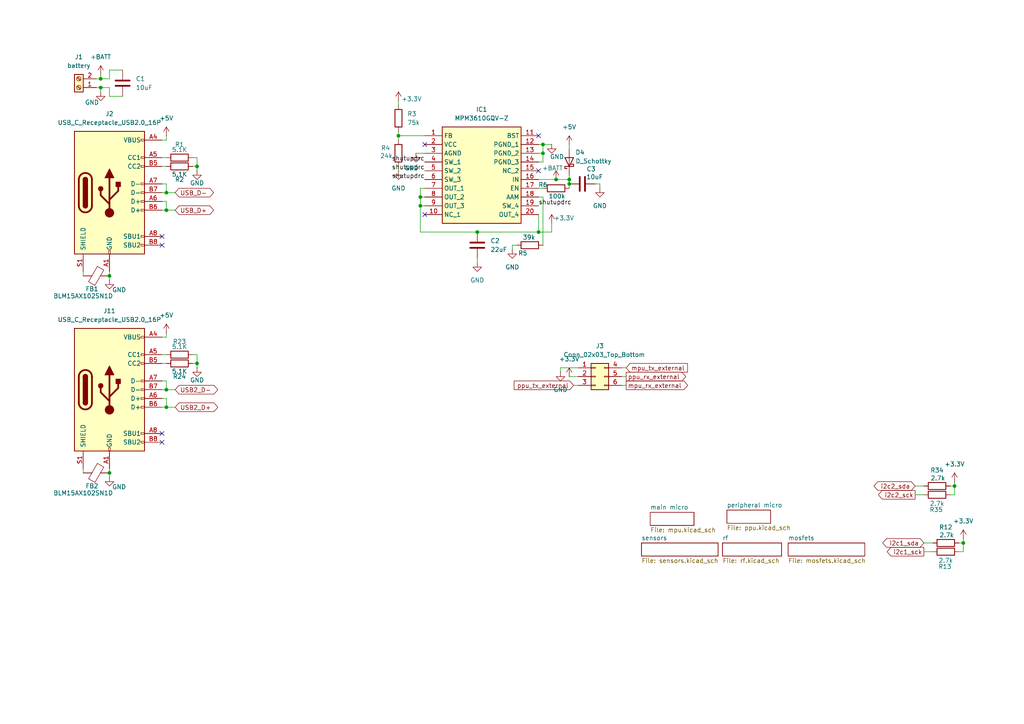
<source format=kicad_sch>
(kicad_sch (version 20250114) (generator "eeschema") (generator_version "9.0")
  (paper "A4")
  (lib_symbols
    (symbol "Connector:Screw_Terminal_01x02" (pin_names (offset 1.016) (hide yes))
      (property "Reference" "J" (at 0 2.54 0))
      (property "Value" "Screw_Terminal_01x02" (at 0 -5.08 0))
      (symbol "Screw_Terminal_01x02_1_1"
        (rectangle (start -1.27 1.27) (end 1.27 -3.81) (stroke (width 0.254)) (fill (type background)))
        (polyline (pts (xy -0.5334 0.3302) (xy 0.3302 -0.508)) (stroke (width 0.1524)))
        (polyline (pts (xy -0.5334 -2.2098) (xy 0.3302 -3.048)) (stroke (width 0.1524)))
        (polyline (pts (xy -0.3556 0.508) (xy 0.508 -0.3302)) (stroke (width 0.1524)))
        (polyline (pts (xy -0.3556 -2.032) (xy 0.508 -2.8702)) (stroke (width 0.1524)))
        (circle (center 0 0) (radius 0.635) (stroke (width 0.1524)))
        (circle (center 0 -2.54) (radius 0.635) (stroke (width 0.1524)))
        (pin passive line (at -5.08 0 0) (length 3.81) (name "Pin_1") (number "1"))
        (pin passive line (at -5.08 -2.54 0) (length 3.81) (name "Pin_2") (number "2"))
      )
    )
    (symbol "Connector:USB_C_Receptacle_USB2.0_16P" (pin_names (offset 1.016))
      (property "Reference" "J" (at 0 22.225 0))
      (property "Value" "USB_C_Receptacle_USB2.0_16P" (at 0 19.685 0))
      (symbol "USB_C_Receptacle_USB2.0_16P_0_0"
        (rectangle (start -0.254 -17.78) (end 0.254 -16.764))
        (rectangle (start 10.16 15.494) (end 9.144 14.986))
        (rectangle (start 10.16 10.414) (end 9.144 9.906))
        (rectangle (start 10.16 7.874) (end 9.144 7.366))
        (rectangle (start 10.16 2.794) (end 9.144 2.286))
        (rectangle (start 10.16 0.254) (end 9.144 -0.254))
        (rectangle (start 10.16 -2.286) (end 9.144 -2.794))
        (rectangle (start 10.16 -4.826) (end 9.144 -5.334))
        (rectangle (start 10.16 -12.446) (end 9.144 -12.954))
        (rectangle (start 10.16 -14.986) (end 9.144 -15.494))
      )
      (symbol "USB_C_Receptacle_USB2.0_16P_0_1"
        (rectangle (start -10.16 17.78) (end 10.16 -17.78) (stroke (width 0.254)) (fill (type background)))
        (polyline (pts (xy -8.89 -3.81) (xy -8.89 3.81)) (stroke (width 0.508)))
        (rectangle (start -7.62 -3.81) (end -6.35 3.81) (stroke (width 0.254)) (fill (type outline)))
        (arc (start -7.62 3.81) (mid -6.985 4.4423) (end -6.35 3.81) (stroke (width 0.254)))
        (arc (start -7.62 3.81) (mid -6.985 4.4423) (end -6.35 3.81) (stroke (width 0.254)) (fill (type outline)))
        (arc (start -8.89 3.81) (mid -6.985 5.7067) (end -5.08 3.81) (stroke (width 0.508)))
        (arc (start -5.08 -3.81) (mid -6.985 -5.7067) (end -8.89 -3.81) (stroke (width 0.508)))
        (arc (start -6.35 -3.81) (mid -6.985 -4.4423) (end -7.62 -3.81) (stroke (width 0.254)))
        (arc (start -6.35 -3.81) (mid -6.985 -4.4423) (end -7.62 -3.81) (stroke (width 0.254)) (fill (type outline)))
        (polyline (pts (xy -5.08 3.81) (xy -5.08 -3.81)) (stroke (width 0.508)))
        (circle (center -2.54 1.143) (radius 0.635) (stroke (width 0.254)) (fill (type outline)))
        (polyline (pts (xy -1.27 4.318) (xy 0 6.858) (xy 1.27 4.318) (xy -1.27 4.318)) (stroke (width 0.254)) (fill (type outline)))
        (polyline (pts (xy 0 -2.032) (xy 2.54 0.508) (xy 2.54 1.778)) (stroke (width 0.508)))
        (polyline (pts (xy 0 -3.302) (xy -2.54 -0.762) (xy -2.54 0.508)) (stroke (width 0.508)))
        (polyline (pts (xy 0 -5.842) (xy 0 4.318)) (stroke (width 0.508)))
        (circle (center 0 -5.842) (radius 1.27) (fill (type outline)))
        (rectangle (start 1.905 1.778) (end 3.175 3.048) (stroke (width 0.254)) (fill (type outline)))
      )
      (symbol "USB_C_Receptacle_USB2.0_16P_1_1"
        (pin passive line (at -7.62 -22.86 90) (length 5.08) (name "SHIELD") (number "S1"))
        (pin passive line (at 0 -22.86 90) (length 5.08) (name "GND") (number "A1"))
        (pin passive line (at 0 -22.86 90) (length 5.08) (hide yes) (name "GND") (number "A12"))
        (pin passive line (at 0 -22.86 90) (length 5.08) (hide yes) (name "GND") (number "B1"))
        (pin passive line (at 0 -22.86 90) (length 5.08) (hide yes) (name "GND") (number "B12"))
        (pin passive line (at 15.24 15.24 180) (length 5.08) (name "VBUS") (number "A4"))
        (pin passive line (at 15.24 15.24 180) (length 5.08) (hide yes) (name "VBUS") (number "A9"))
        (pin passive line (at 15.24 15.24 180) (length 5.08) (hide yes) (name "VBUS") (number "B4"))
        (pin passive line (at 15.24 15.24 180) (length 5.08) (hide yes) (name "VBUS") (number "B9"))
        (pin bidirectional line (at 15.24 10.16 180) (length 5.08) (name "CC1") (number "A5"))
        (pin bidirectional line (at 15.24 7.62 180) (length 5.08) (name "CC2") (number "B5"))
        (pin bidirectional line (at 15.24 2.54 180) (length 5.08) (name "D-") (number "A7"))
        (pin bidirectional line (at 15.24 0 180) (length 5.08) (name "D-") (number "B7"))
        (pin bidirectional line (at 15.24 -2.54 180) (length 5.08) (name "D+") (number "A6"))
        (pin bidirectional line (at 15.24 -5.08 180) (length 5.08) (name "D+") (number "B6"))
        (pin bidirectional line (at 15.24 -12.7 180) (length 5.08) (name "SBU1") (number "A8"))
        (pin bidirectional line (at 15.24 -15.24 180) (length 5.08) (name "SBU2") (number "B8"))
      )
    )
    (symbol "Connector_Generic:Conn_02x03_Top_Bottom" (pin_names (offset 1.016) (hide yes))
      (property "Reference" "J" (at 1.27 5.08 0))
      (property "Value" "Conn_02x03_Top_Bottom" (at 1.27 -5.08 0))
      (symbol "Conn_02x03_Top_Bottom_1_1"
        (rectangle (start -1.27 3.81) (end 3.81 -3.81) (stroke (width 0.254)) (fill (type background)))
        (rectangle (start -1.27 2.667) (end 0 2.413) (stroke (width 0.1524)))
        (rectangle (start -1.27 0.127) (end 0 -0.127) (stroke (width 0.1524)))
        (rectangle (start -1.27 -2.413) (end 0 -2.667) (stroke (width 0.1524)))
        (rectangle (start 3.81 2.667) (end 2.54 2.413) (stroke (width 0.1524)))
        (rectangle (start 3.81 0.127) (end 2.54 -0.127) (stroke (width 0.1524)))
        (rectangle (start 3.81 -2.413) (end 2.54 -2.667) (stroke (width 0.1524)))
        (pin passive line (at -5.08 2.54 0) (length 3.81) (name "Pin_1") (number "1"))
        (pin passive line (at -5.08 0 0) (length 3.81) (name "Pin_2") (number "2"))
        (pin passive line (at -5.08 -2.54 0) (length 3.81) (name "Pin_3") (number "3"))
        (pin passive line (at 7.62 2.54 180) (length 3.81) (name "Pin_4") (number "4"))
        (pin passive line (at 7.62 0 180) (length 3.81) (name "Pin_5") (number "5"))
        (pin passive line (at 7.62 -2.54 180) (length 3.81) (name "Pin_6") (number "6"))
      )
    )
    (symbol "Device:C" (pin_numbers (hide yes)) (pin_names (offset 0.254))
      (property "Reference" "C" (at 0.635 2.54 0))
      (property "Value" "C" (at 0.635 -2.54 0))
      (symbol "C_0_1"
        (polyline (pts (xy -2.032 0.762) (xy 2.032 0.762)) (stroke (width 0.508)))
        (polyline (pts (xy -2.032 -0.762) (xy 2.032 -0.762)) (stroke (width 0.508)))
      )
      (symbol "C_1_1"
        (pin passive line (at 0 3.81 270) (length 2.794) (name "~") (number "1"))
        (pin passive line (at 0 -3.81 90) (length 2.794) (name "~") (number "2"))
      )
    )
    (symbol "Device:D_Schottky" (pin_numbers (hide yes)) (pin_names (offset 1.016) (hide yes))
      (property "Reference" "D" (at 0 2.54 0))
      (property "Value" "D_Schottky" (at 0 -2.54 0))
      (symbol "D_Schottky_0_1"
        (polyline (pts (xy -1.905 0.635) (xy -1.905 1.27) (xy -1.27 1.27) (xy -1.27 -1.27) (xy -0.635 -1.27) (xy -0.635 -0.635)) (stroke (width 0.254)))
        (polyline (pts (xy 1.27 1.27) (xy 1.27 -1.27) (xy -1.27 0) (xy 1.27 1.27)) (stroke (width 0.254)))
        (polyline (pts (xy 1.27 0) (xy -1.27 0)))
      )
      (symbol "D_Schottky_1_1"
        (pin passive line (at -3.81 0 0) (length 2.54) (name "K") (number "1"))
        (pin passive line (at 3.81 0 180) (length 2.54) (name "A") (number "2"))
      )
    )
    (symbol "Device:FerriteBead" (pin_numbers (hide yes)) (pin_names (offset 0))
      (property "Reference" "FB" (at -3.81 0.635 90))
      (property "Value" "FerriteBead" (at 3.81 0 90))
      (symbol "FerriteBead_0_1"
        (polyline (pts (xy -2.7686 0.4064) (xy -1.7018 2.2606) (xy 2.7686 -0.3048) (xy 1.6764 -2.159) (xy -2.7686 0.4064)))
        (polyline (pts (xy 0 1.27) (xy 0 1.2954)))
        (polyline (pts (xy 0 -1.27) (xy 0 -1.2192)))
      )
      (symbol "FerriteBead_1_1"
        (pin passive line (at 0 3.81 270) (length 2.54) (name "~") (number "1"))
        (pin passive line (at 0 -3.81 90) (length 2.54) (name "~") (number "2"))
      )
    )
    (symbol "Device:R" (pin_numbers (hide yes)) (pin_names (offset 0))
      (property "Reference" "R" (at 2.032 0 90))
      (property "Value" "R" (at 0 0 90))
      (symbol "R_0_1"
        (rectangle (start -1.016 -2.54) (end 1.016 2.54) (stroke (width 0.254)))
      )
      (symbol "R_1_1"
        (pin passive line (at 0 3.81 270) (length 1.27) (name "~") (number "1"))
        (pin passive line (at 0 -3.81 90) (length 1.27) (name "~") (number "2"))
      )
    )
    (symbol "MPM3610GQV-Z:MPM3610GQV-Z"
      (property "Reference" "IC" (at 29.21 7.62 0))
      (property "Value" "MPM3610GQV-Z" (at 29.21 5.08 0))
      (symbol "MPM3610GQV-Z_1_1"
        (rectangle (start 5.08 2.54) (end 27.94 -25.4) (stroke (width 0.254)) (fill (type background)))
        (pin passive line (at 0 0 0) (length 5.08) (name "FB") (number "1"))
        (pin passive line (at 0 -2.54 0) (length 5.08) (name "VCC") (number "2"))
        (pin passive line (at 0 -5.08 0) (length 5.08) (name "AGND") (number "3"))
        (pin passive line (at 0 -7.62 0) (length 5.08) (name "SW_1") (number "4"))
        (pin passive line (at 0 -10.16 0) (length 5.08) (name "SW_2") (number "5"))
        (pin passive line (at 0 -12.7 0) (length 5.08) (name "SW_3") (number "6"))
        (pin passive line (at 0 -15.24 0) (length 5.08) (name "OUT_1") (number "7"))
        (pin passive line (at 0 -17.78 0) (length 5.08) (name "OUT_2") (number "8"))
        (pin passive line (at 0 -20.32 0) (length 5.08) (name "OUT_3") (number "9"))
        (pin passive line (at 0 -22.86 0) (length 5.08) (name "NC_1") (number "10"))
        (pin passive line (at 33.02 0 180) (length 5.08) (name "BST") (number "11"))
        (pin passive line (at 33.02 -2.54 180) (length 5.08) (name "PGND_1") (number "12"))
        (pin passive line (at 33.02 -5.08 180) (length 5.08) (name "PGND_2") (number "13"))
        (pin passive line (at 33.02 -7.62 180) (length 5.08) (name "PGND_3") (number "14"))
        (pin passive line (at 33.02 -10.16 180) (length 5.08) (name "NC_2") (number "15"))
        (pin passive line (at 33.02 -12.7 180) (length 5.08) (name "IN") (number "16"))
        (pin passive line (at 33.02 -15.24 180) (length 5.08) (name "EN") (number "17"))
        (pin passive line (at 33.02 -17.78 180) (length 5.08) (name "AAM") (number "18"))
        (pin passive line (at 33.02 -20.32 180) (length 5.08) (name "SW_4") (number "19"))
        (pin passive line (at 33.02 -22.86 180) (length 5.08) (name "OUT_4") (number "20"))
      )
    )
    (symbol "power:+3.3V" (power) (pin_numbers (hide yes)) (pin_names (offset 0) (hide yes))
      (property "Value" "+3.3V" (at 0 3.556 0))
      (symbol "+3.3V_0_1"
        (polyline (pts (xy -0.762 1.27) (xy 0 2.54)))
        (polyline (pts (xy 0 2.54) (xy 0.762 1.27)))
        (polyline (pts (xy 0 0) (xy 0 2.54)))
      )
      (symbol "+3.3V_1_1"
        (pin power_in line (at 0 0 90) (length 0) (name "~") (number "1"))
      )
    )
    (symbol "power:+5V" (power) (pin_numbers (hide yes)) (pin_names (offset 0) (hide yes))
      (property "Value" "+5V" (at 0 3.556 0))
      (symbol "+5V_0_1"
        (polyline (pts (xy -0.762 1.27) (xy 0 2.54)))
        (polyline (pts (xy 0 2.54) (xy 0.762 1.27)))
        (polyline (pts (xy 0 0) (xy 0 2.54)))
      )
      (symbol "+5V_1_1"
        (pin power_in line (at 0 0 90) (length 0) (name "~") (number "1"))
      )
    )
    (symbol "power:+BATT" (power) (pin_numbers (hide yes)) (pin_names (offset 0) (hide yes))
      (property "Value" "+BATT" (at 0 3.556 0))
      (symbol "+BATT_0_1"
        (polyline (pts (xy -0.762 1.27) (xy 0 2.54)))
        (polyline (pts (xy 0 2.54) (xy 0.762 1.27)))
        (polyline (pts (xy 0 0) (xy 0 2.54)))
      )
      (symbol "+BATT_1_1"
        (pin power_in line (at 0 0 90) (length 0) (name "~") (number "1"))
      )
    )
    (symbol "power:GND" (power) (pin_numbers (hide yes)) (pin_names (offset 0) (hide yes))
      (property "Value" "GND" (at 0 -3.81 0))
      (symbol "GND_0_1"
        (polyline (pts (xy 0 0) (xy 0 -1.27) (xy 1.27 -1.27) (xy 0 -2.54) (xy -1.27 -1.27) (xy 0 -1.27)))
      )
      (symbol "GND_1_1"
        (pin power_in line (at 0 0 270) (length 0) (name "~") (number "1"))
      )
    )
  )
  (junction (at 31.75 80.01))
  (junction (at 31.75 137.16))
  (junction (at 57.15 105.41))
  (junction (at 57.15 48.26))
  (junction (at 156.21 67.31))
  (junction (at 121.92 59.69))
  (junction (at 276.86 140.97))
  (junction (at 165.1 53.34))
  (junction (at 48.26 113.03))
  (junction (at 157.48 44.45))
  (junction (at 121.92 57.15))
  (junction (at 48.26 55.88))
  (junction (at 165.1 52.07))
  (junction (at 29.21 25.4))
  (junction (at 138.43 67.31))
  (junction (at 279.4 157.48))
  (junction (at 115.57 39.37))
  (junction (at 29.21 22.86))
  (junction (at 48.26 60.96))
  (junction (at 157.48 41.91))
  (junction (at 48.26 118.11))
  (junction (at 161.29 52.07))
  (no_connect (at 46.99 68.58))
  (no_connect (at 46.99 128.27))
  (no_connect (at 46.99 125.73))
  (no_connect (at 156.21 49.53))
  (no_connect (at 123.19 62.23))
  (no_connect (at 46.99 71.12))
  (no_connect (at 123.19 41.91))
  (no_connect (at 156.21 39.37))
  (wire (pts (xy 156.21 67.31) (xy 138.43 67.31)))
  (wire (pts (xy 46.99 118.11) (xy 48.26 118.11)))
  (wire (pts (xy 165.1 52.07) (xy 165.1 53.34)))
  (wire (pts (xy 121.92 57.15) (xy 121.92 54.61)))
  (wire (pts (xy 162.56 106.68) (xy 162.56 107.95)))
  (wire (pts (xy 29.21 26.67) (xy 29.21 25.4)))
  (wire (pts (xy 148.59 71.12) (xy 149.86 71.12)))
  (wire (pts (xy 29.21 21.59) (xy 29.21 22.86)))
  (wire (pts (xy 165.1 109.22) (xy 167.64 109.22)))
  (wire (pts (xy 31.75 135.89) (xy 31.75 137.16)))
  (wire (pts (xy 167.64 106.68) (xy 162.56 106.68)))
  (wire (pts (xy 156.21 46.99) (xy 157.48 46.99)))
  (wire (pts (xy 121.92 54.61) (xy 123.19 54.61)))
  (wire (pts (xy 265.43 140.97) (xy 267.97 140.97)))
  (wire (pts (xy 57.15 105.41) (xy 55.88 105.41)))
  (wire (pts (xy 24.13 135.89) (xy 24.13 137.16)))
  (wire (pts (xy 121.92 57.15) (xy 123.19 57.15)))
  (wire (pts (xy 156.21 57.15) (xy 157.48 57.15)))
  (wire (pts (xy 31.75 27.94) (xy 31.75 25.4)))
  (wire (pts (xy 29.21 25.4) (xy 31.75 25.4)))
  (wire (pts (xy 173.99 53.34) (xy 172.72 53.34)))
  (wire (pts (xy 157.48 44.45) (xy 157.48 41.91)))
  (wire (pts (xy 157.48 41.91) (xy 160.02 41.91)))
  (wire (pts (xy 180.34 106.68) (xy 181.61 106.68)))
  (wire (pts (xy 31.75 80.01) (xy 31.75 81.28)))
  (wire (pts (xy 46.99 105.41) (xy 48.26 105.41)))
  (wire (pts (xy 156.21 44.45) (xy 157.48 44.45)))
  (wire (pts (xy 160.02 64.77) (xy 160.02 67.31)))
  (wire (pts (xy 46.99 60.96) (xy 48.26 60.96)))
  (wire (pts (xy 48.26 40.64) (xy 46.99 40.64)))
  (wire (pts (xy 46.99 53.34) (xy 48.26 53.34)))
  (wire (pts (xy 57.15 48.26) (xy 55.88 48.26)))
  (wire (pts (xy 148.59 72.39) (xy 148.59 71.12)))
  (wire (pts (xy 115.57 39.37) (xy 115.57 40.64)))
  (wire (pts (xy 276.86 139.7) (xy 276.86 140.97)))
  (wire (pts (xy 57.15 102.87) (xy 57.15 105.41)))
  (wire (pts (xy 29.21 25.4) (xy 27.94 25.4)))
  (wire (pts (xy 115.57 38.1) (xy 115.57 39.37)))
  (wire (pts (xy 160.02 67.31) (xy 156.21 67.31)))
  (wire (pts (xy 115.57 48.26) (xy 115.57 49.53)))
  (wire (pts (xy 275.59 143.51) (xy 276.86 143.51)))
  (wire (pts (xy 46.99 55.88) (xy 48.26 55.88)))
  (wire (pts (xy 121.92 59.69) (xy 123.19 59.69)))
  (wire (pts (xy 276.86 143.51) (xy 276.86 140.97)))
  (wire (pts (xy 156.21 54.61) (xy 157.48 54.61)))
  (wire (pts (xy 29.21 22.86) (xy 27.94 22.86)))
  (wire (pts (xy 48.26 110.49) (xy 48.26 113.03)))
  (wire (pts (xy 24.13 78.74) (xy 24.13 80.01)))
  (wire (pts (xy 180.34 109.22) (xy 181.61 109.22)))
  (wire (pts (xy 35.56 20.32) (xy 31.75 20.32)))
  (wire (pts (xy 46.99 110.49) (xy 48.26 110.49)))
  (wire (pts (xy 57.15 48.26) (xy 57.15 49.53)))
  (wire (pts (xy 180.34 111.76) (xy 181.61 111.76)))
  (wire (pts (xy 173.99 54.61) (xy 173.99 53.34)))
  (wire (pts (xy 48.26 97.79) (xy 46.99 97.79)))
  (wire (pts (xy 48.26 53.34) (xy 48.26 55.88)))
  (wire (pts (xy 121.92 59.69) (xy 121.92 57.15)))
  (wire (pts (xy 276.86 140.97) (xy 275.59 140.97)))
  (wire (pts (xy 46.99 58.42) (xy 48.26 58.42)))
  (wire (pts (xy 120.65 44.45) (xy 123.19 44.45)))
  (wire (pts (xy 138.43 67.31) (xy 121.92 67.31)))
  (wire (pts (xy 165.1 41.91) (xy 165.1 43.18)))
  (wire (pts (xy 48.26 58.42) (xy 48.26 60.96)))
  (wire (pts (xy 48.26 55.88) (xy 50.8 55.88)))
  (wire (pts (xy 156.21 62.23) (xy 156.21 67.31)))
  (wire (pts (xy 48.26 118.11) (xy 50.8 118.11)))
  (wire (pts (xy 29.21 22.86) (xy 31.75 22.86)))
  (wire (pts (xy 115.57 39.37) (xy 123.19 39.37)))
  (wire (pts (xy 31.75 137.16) (xy 31.75 138.43)))
  (wire (pts (xy 165.1 53.34) (xy 165.1 54.61)))
  (wire (pts (xy 279.4 156.21) (xy 279.4 157.48)))
  (wire (pts (xy 121.92 67.31) (xy 121.92 59.69)))
  (wire (pts (xy 157.48 46.99) (xy 157.48 44.45)))
  (wire (pts (xy 48.26 96.52) (xy 48.26 97.79)))
  (wire (pts (xy 31.75 20.32) (xy 31.75 22.86)))
  (wire (pts (xy 279.4 157.48) (xy 278.13 157.48)))
  (wire (pts (xy 166.37 111.76) (xy 167.64 111.76)))
  (wire (pts (xy 157.48 71.12) (xy 157.48 57.15)))
  (wire (pts (xy 138.43 74.93) (xy 138.43 76.2)))
  (wire (pts (xy 161.29 52.07) (xy 156.21 52.07)))
  (wire (pts (xy 48.26 60.96) (xy 50.8 60.96)))
  (wire (pts (xy 46.99 48.26) (xy 48.26 48.26)))
  (wire (pts (xy 48.26 113.03) (xy 50.8 113.03)))
  (wire (pts (xy 55.88 102.87) (xy 57.15 102.87)))
  (wire (pts (xy 57.15 45.72) (xy 57.15 48.26)))
  (wire (pts (xy 115.57 29.21) (xy 115.57 30.48)))
  (wire (pts (xy 46.99 102.87) (xy 48.26 102.87)))
  (wire (pts (xy 46.99 45.72) (xy 48.26 45.72)))
  (wire (pts (xy 157.48 41.91) (xy 156.21 41.91)))
  (wire (pts (xy 57.15 105.41) (xy 57.15 106.68)))
  (wire (pts (xy 55.88 45.72) (xy 57.15 45.72)))
  (wire (pts (xy 46.99 115.57) (xy 48.26 115.57)))
  (wire (pts (xy 31.75 78.74) (xy 31.75 80.01)))
  (wire (pts (xy 48.26 39.37) (xy 48.26 40.64)))
  (wire (pts (xy 35.56 27.94) (xy 31.75 27.94)))
  (wire (pts (xy 46.99 113.03) (xy 48.26 113.03)))
  (wire (pts (xy 48.26 115.57) (xy 48.26 118.11)))
  (wire (pts (xy 165.1 50.8) (xy 165.1 52.07)))
  (wire (pts (xy 278.13 160.02) (xy 279.4 160.02)))
  (wire (pts (xy 267.97 160.02) (xy 270.51 160.02)))
  (wire (pts (xy 279.4 160.02) (xy 279.4 157.48)))
  (wire (pts (xy 267.97 157.48) (xy 270.51 157.48)))
  (wire (pts (xy 265.43 143.51) (xy 267.97 143.51)))
  (wire (pts (xy 165.1 52.07) (xy 161.29 52.07)))
  (label "shutupdrc" (at 123.19 46.99 180))
  (label "shutupdrc" (at 156.21 59.69 0))
  (label "shutupdrc" (at 123.19 49.53 180))
  (label "shutupdrc" (at 123.19 52.07 180))
  (global_label "i2c1_sck" (shape output) (at 267.97 160.02 180) (property "Intersheetrefs" "${INTERSHEET_REFS}" (effects (hide yes))))
  (global_label "USB2_D+" (shape bidirectional) (at 50.8 118.11 0) (property "Intersheetrefs" "${INTERSHEET_REFS}" (effects (hide yes))))
  (global_label "USB_D+" (shape bidirectional) (at 50.8 60.96 0) (property "Intersheetrefs" "${INTERSHEET_REFS}" (effects (hide yes))))
  (global_label "i2c2_sck" (shape output) (at 265.43 143.51 180) (property "Intersheetrefs" "${INTERSHEET_REFS}" (effects (hide yes))))
  (global_label "ppu_rx_external" (shape output) (at 181.61 109.22 0) (property "Intersheetrefs" "${INTERSHEET_REFS}" (effects (hide yes))))
  (global_label "mpu_rx_external" (shape output) (at 181.61 111.76 0) (property "Intersheetrefs" "${INTERSHEET_REFS}" (effects (hide yes))))
  (global_label "USB_D-" (shape bidirectional) (at 50.8 55.88 0) (property "Intersheetrefs" "${INTERSHEET_REFS}" (effects (hide yes))))
  (global_label "mpu_tx_external" (shape input) (at 181.61 106.68 0) (property "Intersheetrefs" "${INTERSHEET_REFS}" (effects (hide yes))))
  (global_label "i2c1_sda" (shape bidirectional) (at 267.97 157.48 180) (property "Intersheetrefs" "${INTERSHEET_REFS}" (effects (hide yes))))
  (global_label "i2c2_sda" (shape bidirectional) (at 265.43 140.97 180) (property "Intersheetrefs" "${INTERSHEET_REFS}" (effects (hide yes))))
  (global_label "ppu_tx_external" (shape input) (at 166.37 111.76 180) (property "Intersheetrefs" "${INTERSHEET_REFS}" (effects (hide yes))))
  (global_label "USB2_D-" (shape bidirectional) (at 50.8 113.03 0) (property "Intersheetrefs" "${INTERSHEET_REFS}" (effects (hide yes))))
  (symbol (lib_id "power:+3.3V") (at 276.86 139.7 0) (unit 1)
    (property "Reference" "#PWR090" (effects (hide yes)))
    (property "Value" "+3.3V" (at 276.86 134.62 0))
    (property "Description" "Power symbol creates a global label with name \"+3.3V\"" (effects (hide yes)))
  )
  (symbol (lib_id "Device:R") (at 271.78 140.97 90) (unit 1)
    (property "Reference" "R34" (at 271.78 136.398 90))
    (property "Value" "2.7k" (at 272.034 138.684 90))
    (property "Footprint" "Resistor_SMD:R_0402_1005Metric" (effects (hide yes)))
    (property "Description" "Resistor" (effects (hide yes)))
  )
  (symbol (lib_id "Device:D_Schottky") (at 165.1 46.99 90) (unit 1)
    (property "Reference" "D4" (at 166.878 44.196 90) (effects (justify right)))
    (property "Value" "D_Schottky" (at 166.878 46.736 90) (effects (justify right)))
    (property "Footprint" "Diode_SMD:D_0805_2012Metric" (effects (hide yes)))
    (property "Description" "Schottky diode" (effects (hide yes)))
  )
  (symbol (lib_id "Device:R") (at 52.07 105.41 90) (unit 1)
    (property "Reference" "R24" (at 52.07 109.22 90))
    (property "Value" "5.1K" (at 52.07 107.696 90))
    (property "Footprint" "Resistor_SMD:R_0402_1005Metric" (effects (hide yes)))
    (property "Description" "Resistor" (effects (hide yes)))
  )
  (symbol (lib_id "power:GND") (at 57.15 49.53 0) (unit 1)
    (property "Reference" "#PWR07" (effects (hide yes)))
    (property "Value" "GND" (at 57.15 53.086 0))
    (property "Description" "Power symbol creates a global label with name \"GND\" , ground" (effects (hide yes)))
  )
  (symbol (lib_id "Device:R") (at 115.57 34.29 0) (unit 1)
    (property "Reference" "R3" (at 118.11 33.0199 0) (effects (justify left)))
    (property "Value" "75k" (at 118.11 35.5599 0) (effects (justify left)))
    (property "Footprint" "Resistor_SMD:R_0402_1005Metric" (effects (hide yes)))
    (property "Description" "Resistor" (effects (hide yes)))
  )
  (symbol (lib_id "Device:R") (at 52.07 45.72 90) (unit 1)
    (property "Reference" "R1" (at 52.07 41.91 90))
    (property "Value" "5.1K" (at 52.07 43.434 90))
    (property "Footprint" "Resistor_SMD:R_0402_1005Metric" (effects (hide yes)))
    (property "Description" "Resistor" (effects (hide yes)))
  )
  (symbol (lib_id "power:GND") (at 120.65 44.45 0) (unit 1)
    (property "Reference" "#PWR08" (effects (hide yes)))
    (property "Value" "GND" (at 119.38 48.768 0))
    (property "Description" "Power symbol creates a global label with name \"GND\" , ground" (effects (hide yes)))
  )
  (symbol (lib_id "power:GND") (at 160.02 41.91 0) (unit 1)
    (property "Reference" "#PWR011" (effects (hide yes)))
    (property "Value" "GND" (at 161.544 45.466 0))
    (property "Description" "Power symbol creates a global label with name \"GND\" , ground" (effects (hide yes)))
  )
  (symbol (lib_id "Connector:USB_C_Receptacle_USB2.0_16P") (at 31.75 55.88 0) (unit 1)
    (property "Reference" "J2" (at 31.75 33.02 0))
    (property "Value" "USB_C_Receptacle_USB2.0_16P" (at 31.75 35.56 0))
    (property "Footprint" "Connector_USB:USB_C_Receptacle_GCT_USB4085" (effects (hide yes)))
    (property "Datasheet" "https://www.usb.org/sites/default/files/documents/usb_type-c.zip" (effects (hide yes)))
    (property "Description" "USB 2.0-only 16P Type-C Receptacle connector" (effects (hide yes)))
  )
  (symbol (lib_id "MPM3610GQV-Z:MPM3610GQV-Z") (at 123.19 39.37 0) (unit 1)
    (property "Reference" "IC1" (at 139.7 31.75 0))
    (property "Value" "MPM3610GQV-Z" (at 139.7 34.29 0))
    (property "Footprint" "footprints:MPM3606GQVZ" (effects (hide yes)))
    (property "Datasheet" "https://www.monolithicpower.com/pub/media/document/MPM3610_r1.01.pdf" (effects (hide yes)))
    (property "Description" "Power Management Modules 24V/1A DC/DC Mini- Module Reg w Inductr" (effects (hide yes)))
    (property "Height" "1.65" (effects (hide yes)))
    (property "Mouser Part Number" "946-MPM3610GQV-Z" (effects (hide yes)))
    (property "Mouser Price/Stock" "https://www.mouser.co.uk/ProductDetail/Monolithic-Power-Systems-MPS/MPM3610GQV-Z?qs=uA8e7uFv8Fg%252B11Jn2RQvtw%3D%3D" (effects (hide yes)))
    (property "Manufacturer_Name" "Monolithic Power Systems (MPS)" (effects (hide yes)))
    (property "Manufacturer_Part_Number" "MPM3610GQV-Z" (effects (hide yes)))
  )
  (symbol (lib_id "Device:R") (at 274.32 157.48 90) (unit 1)
    (property "Reference" "R12" (at 274.32 152.908 90))
    (property "Value" "2.7k" (at 274.574 155.194 90))
    (property "Footprint" "Resistor_SMD:R_0402_1005Metric" (effects (hide yes)))
    (property "Description" "Resistor" (effects (hide yes)))
  )
  (symbol (lib_id "power:+BATT") (at 29.21 21.59 0) (unit 1)
    (property "Reference" "#PWR01" (effects (hide yes)))
    (property "Value" "+BATT" (at 29.21 16.51 0))
    (property "Description" "Power symbol creates a global label with name \"+BATT\"" (effects (hide yes)))
  )
  (symbol (lib_id "Device:R") (at 52.07 102.87 90) (unit 1)
    (property "Reference" "R23" (at 52.07 99.06 90))
    (property "Value" "5.1K" (at 52.07 100.584 90))
    (property "Footprint" "Resistor_SMD:R_0402_1005Metric" (effects (hide yes)))
    (property "Description" "Resistor" (effects (hide yes)))
  )
  (symbol (lib_id "power:+5V") (at 48.26 39.37 0) (unit 1)
    (property "Reference" "#PWR096" (effects (hide yes)))
    (property "Value" "+5V" (at 48.26 34.29 0))
    (property "Description" "Power symbol creates a global label with name \"+5V\"" (effects (hide yes)))
  )
  (symbol (lib_id "Device:C") (at 138.43 71.12 180) (unit 1)
    (property "Reference" "C2" (at 142.24 69.8499 0) (effects (justify right)))
    (property "Value" "22uF" (at 142.24 72.3899 0) (effects (justify right)))
    (property "Footprint" "Capacitor_SMD:C_0603_1608Metric" (effects (hide yes)))
    (property "Description" "Unpolarized capacitor" (effects (hide yes)))
  )
  (symbol (lib_id "Connector_Generic:Conn_02x03_Top_Bottom") (at 172.72 109.22 0) (unit 1)
    (property "Reference" "J3" (at 173.99 100.33 0))
    (property "Value" "Conn_02x03_Top_Bottom" (at 175.26 102.87 0))
    (property "Footprint" "Connector_PinHeader_2.54mm:PinHeader_2x03_P2.54mm_Vertical" (effects (hide yes)))
    (property "Description" "Generic connector, double row, 02x03, top/bottom pin numbering scheme (row 1: 1...pins_per_row, row2: pins_per_row+1 ... num_pins), script generated (kicad-library-utils/schlib/autogen/connector/)" (effects (hide yes)))
  )
  (symbol (lib_id "Device:FerriteBead") (at 27.94 137.16 90) (unit 1)
    (property "Reference" "FB2" (at 26.67 140.97 90))
    (property "Value" "BLM15AX102SN1D" (at 24.13 143.002 90))
    (property "Footprint" "footprints:NFZ15SG152SN10B" (effects (hide yes)))
    (property "Description" "Ferrite bead" (effects (hide yes)))
  )
  (symbol (lib_id "power:GND") (at 31.75 81.28 0) (unit 1)
    (property "Reference" "#PWR03" (effects (hide yes)))
    (property "Value" "GND" (at 34.544 84.074 0))
    (property "Description" "Power symbol creates a global label with name \"GND\" , ground" (effects (hide yes)))
  )
  (symbol (lib_id "power:+5V") (at 165.1 41.91 0) (unit 1)
    (property "Reference" "#PWR014" (effects (hide yes)))
    (property "Value" "+5V" (at 165.1 36.83 0))
    (property "Description" "Power symbol creates a global label with name \"+5V\"" (effects (hide yes)))
  )
  (symbol (lib_id "power:GND") (at 31.75 138.43 0) (unit 1)
    (property "Reference" "#PWR083" (effects (hide yes)))
    (property "Value" "GND" (at 34.544 141.224 0))
    (property "Description" "Power symbol creates a global label with name \"GND\" , ground" (effects (hide yes)))
  )
  (symbol (lib_id "Device:FerriteBead") (at 27.94 80.01 90) (unit 1)
    (property "Reference" "FB1" (at 26.67 83.82 90))
    (property "Value" "BLM15AX102SN1D" (at 24.13 85.852 90))
    (property "Footprint" "footprints:NFZ15SG152SN10B" (effects (hide yes)))
    (property "Description" "Ferrite bead" (effects (hide yes)))
  )
  (symbol (lib_id "power:GND") (at 29.21 26.67 0) (unit 1)
    (property "Reference" "#PWR02" (effects (hide yes)))
    (property "Value" "GND" (at 26.67 29.718 0))
    (property "Description" "Power symbol creates a global label with name \"GND\" , ground" (effects (hide yes)))
  )
  (symbol (lib_id "power:+3.3V") (at 279.4 156.21 0) (unit 1)
    (property "Reference" "#PWR031" (effects (hide yes)))
    (property "Value" "+3.3V" (at 279.4 151.13 0))
    (property "Description" "Power symbol creates a global label with name \"+3.3V\"" (effects (hide yes)))
  )
  (symbol (lib_id "power:+3.3V") (at 160.02 64.77 0) (unit 1)
    (property "Reference" "#PWR012" (effects (hide yes)))
    (property "Value" "+3.3V" (at 163.576 63.246 0))
    (property "Description" "Power symbol creates a global label with name \"+3.3V\"" (effects (hide yes)))
  )
  (symbol (lib_id "Device:C") (at 168.91 53.34 90) (unit 1)
    (property "Reference" "C3" (at 171.45 49.022 90))
    (property "Value" "10uF" (at 172.466 51.308 90))
    (property "Footprint" "Capacitor_SMD:C_0603_1608Metric" (effects (hide yes)))
    (property "Description" "Unpolarized capacitor" (effects (hide yes)))
  )
  (symbol (lib_id "Device:R") (at 153.67 71.12 270) (unit 1)
    (property "Reference" "R5" (at 151.638 73.406 90))
    (property "Value" "39k" (at 153.416 68.834 90))
    (property "Footprint" "Resistor_SMD:R_0402_1005Metric" (effects (hide yes)))
    (property "Description" "Resistor" (effects (hide yes)))
  )
  (symbol (lib_id "Device:C") (at 35.56 24.13 0) (unit 1)
    (property "Reference" "C1" (at 39.37 22.8599 0) (effects (justify left)))
    (property "Value" "10uF" (at 39.37 25.3999 0) (effects (justify left)))
    (property "Footprint" "Capacitor_SMD:C_0805_2012Metric" (effects (hide yes)))
    (property "Description" "Unpolarized capacitor" (effects (hide yes)))
  )
  (symbol (lib_id "power:GND") (at 162.56 107.95 0) (unit 1)
    (property "Reference" "#PWR084" (effects (hide yes)))
    (property "Value" "GND" (at 162.56 113.03 0))
    (property "Description" "Power symbol creates a global label with name \"GND\" , ground" (effects (hide yes)))
  )
  (symbol (lib_id "power:GND") (at 173.99 54.61 0) (unit 1)
    (property "Reference" "#PWR015" (effects (hide yes)))
    (property "Value" "GND" (at 173.99 59.69 0))
    (property "Description" "Power symbol creates a global label with name \"GND\" , ground" (effects (hide yes)))
  )
  (symbol (lib_id "power:+3.3V") (at 115.57 29.21 0) (unit 1)
    (property "Reference" "#PWR05" (effects (hide yes)))
    (property "Value" "+3.3V" (at 119.38 28.702 0))
    (property "Description" "Power symbol creates a global label with name \"+3.3V\"" (effects (hide yes)))
  )
  (symbol (lib_id "power:GND") (at 138.43 76.2 0) (unit 1)
    (property "Reference" "#PWR09" (effects (hide yes)))
    (property "Value" "GND" (at 138.43 81.28 0))
    (property "Description" "Power symbol creates a global label with name \"GND\" , ground" (effects (hide yes)))
  )
  (symbol (lib_id "Device:R") (at 115.57 44.45 0) (unit 1)
    (property "Reference" "R4" (at 110.49 42.926 0) (effects (justify left)))
    (property "Value" "24k" (at 110.236 45.212 0) (effects (justify left)))
    (property "Footprint" "Resistor_SMD:R_0402_1005Metric" (effects (hide yes)))
    (property "Description" "Resistor" (effects (hide yes)))
  )
  (symbol (lib_id "power:+BATT") (at 161.29 52.07 0) (unit 1)
    (property "Reference" "#PWR013" (effects (hide yes)))
    (property "Value" "+BATT" (at 160.274 48.768 0))
    (property "Description" "Power symbol creates a global label with name \"+BATT\"" (effects (hide yes)))
  )
  (symbol (lib_id "Connector:Screw_Terminal_01x02") (at 22.86 25.4 180) (unit 1)
    (property "Reference" "J1" (at 22.86 16.51 0))
    (property "Value" "battery" (at 22.86 19.05 0))
    (property "Footprint" "TerminalBlock:TerminalBlock_Xinya_XY308-2.54-2P_1x02_P2.54mm_Horizontal" (effects (hide yes)))
    (property "Description" "Generic screw terminal, single row, 01x02, script generated (kicad-library-utils/schlib/autogen/connector/)" (effects (hide yes)))
  )
  (symbol (lib_id "Device:R") (at 271.78 143.51 90) (unit 1)
    (property "Reference" "R35" (at 271.526 147.828 90))
    (property "Value" "2.7k" (at 271.78 146.05 90))
    (property "Footprint" "Resistor_SMD:R_0402_1005Metric" (effects (hide yes)))
    (property "Description" "Resistor" (effects (hide yes)))
  )
  (symbol (lib_id "Device:R") (at 161.29 54.61 90) (unit 1)
    (property "Reference" "R6" (at 157.48 53.594 90))
    (property "Value" "100k" (at 161.544 56.896 90))
    (property "Footprint" "Resistor_SMD:R_0402_1005Metric" (effects (hide yes)))
    (property "Description" "Resistor" (effects (hide yes)))
  )
  (symbol (lib_id "Connector:USB_C_Receptacle_USB2.0_16P") (at 31.75 113.03 0) (unit 1)
    (property "Reference" "J11" (at 31.75 90.17 0))
    (property "Value" "USB_C_Receptacle_USB2.0_16P" (at 31.75 92.71 0))
    (property "Footprint" "Connector_USB:USB_C_Receptacle_GCT_USB4085" (effects (hide yes)))
    (property "Datasheet" "https://www.usb.org/sites/default/files/documents/usb_type-c.zip" (effects (hide yes)))
    (property "Description" "USB 2.0-only 16P Type-C Receptacle connector" (effects (hide yes)))
  )
  (symbol (lib_id "power:GND") (at 57.15 106.68 0) (unit 1)
    (property "Reference" "#PWR085" (effects (hide yes)))
    (property "Value" "GND" (at 57.15 110.236 0))
    (property "Description" "Power symbol creates a global label with name \"GND\" , ground" (effects (hide yes)))
  )
  (symbol (lib_id "power:+3.3V") (at 165.1 109.22 0) (unit 1)
    (property "Reference" "#PWR095" (effects (hide yes)))
    (property "Value" "+3.3V" (at 165.1 104.14 0))
    (property "Description" "Power symbol creates a global label with name \"+3.3V\"" (effects (hide yes)))
  )
  (symbol (lib_id "power:+5V") (at 48.26 96.52 0) (unit 1)
    (property "Reference" "#PWR04" (effects (hide yes)))
    (property "Value" "+5V" (at 48.26 91.44 0))
    (property "Description" "Power symbol creates a global label with name \"+5V\"" (effects (hide yes)))
  )
  (symbol (lib_id "Device:R") (at 52.07 48.26 90) (unit 1)
    (property "Reference" "R2" (at 52.07 52.07 90))
    (property "Value" "5.1K" (at 52.07 50.546 90))
    (property "Footprint" "Resistor_SMD:R_0402_1005Metric" (effects (hide yes)))
    (property "Description" "Resistor" (effects (hide yes)))
  )
  (symbol (lib_id "power:GND") (at 115.57 49.53 0) (unit 1)
    (property "Reference" "#PWR06" (effects (hide yes)))
    (property "Value" "GND" (at 115.57 54.61 0))
    (property "Description" "Power symbol creates a global label with name \"GND\" , ground" (effects (hide yes)))
  )
  (symbol (lib_id "Device:R") (at 274.32 160.02 90) (unit 1)
    (property "Reference" "R13" (at 274.066 164.338 90))
    (property "Value" "2.7k" (at 274.32 162.56 90))
    (property "Footprint" "Resistor_SMD:R_0402_1005Metric" (effects (hide yes)))
    (property "Description" "Resistor" (effects (hide yes)))
  )
  (symbol (lib_id "power:GND") (at 148.59 72.39 0) (unit 1)
    (property "Reference" "#PWR010" (effects (hide yes)))
    (property "Value" "GND" (at 148.59 77.47 0))
    (property "Description" "Power symbol creates a global label with name \"GND\" , ground" (effects (hide yes)))
  )
  (sheet (at 210.82 147.955) (size 12.7 3.81) (stroke (width 0.1524))
    (property "Sheetname" "peripheral micro" (at 210.82 147.2434 0) (effects (justify left bottom)))
    (property "Sheetfile" "ppu.kicad_sch" (at 210.82 152.3496 0) (effects (justify left top)))
  )
  (sheet (at 209.55 157.48) (size 17.145 3.81) (stroke (width 0.1524))
    (property "Sheetname" "rf" (at 209.55 156.7684 0) (effects (justify left bottom)))
    (property "Sheetfile" "rf.kicad_sch" (at 209.55 161.8746 0) (effects (justify left top)))
  )
  (sheet (at 186.055 157.48) (size 22.225 3.81) (stroke (width 0.1524))
    (property "Sheetname" "sensors" (at 186.055 156.7684 0) (effects (justify left bottom)))
    (property "Sheetfile" "sensors.kicad_sch" (at 186.055 161.8746 0) (effects (justify left top)))
  )
  (sheet (at 188.595 148.59) (size 12.7 3.81) (stroke (width 0.1524))
    (property "Sheetname" "main micro" (at 188.595 147.8784 0) (effects (justify left bottom)))
    (property "Sheetfile" "mpu.kicad_sch" (at 188.595 152.9846 0) (effects (justify left top)))
  )
  (sheet (at 228.6 157.48) (size 22.225 3.81) (stroke (width 0.1524))
    (property "Sheetname" "mosfets" (at 228.6 156.7684 0) (effects (justify left bottom)))
    (property "Sheetfile" "mosfets.kicad_sch" (at 228.6 161.8746 0) (effects (justify left top)))
  )
)
</source>
